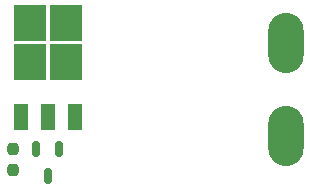
<source format=gtp>
G04 #@! TF.GenerationSoftware,KiCad,Pcbnew,(6.0.10)*
G04 #@! TF.CreationDate,2023-03-12T23:34:18-05:00*
G04 #@! TF.ProjectId,ReverseVoltageProtection_Breakout,52657665-7273-4655-966f-6c7461676550,rev?*
G04 #@! TF.SameCoordinates,Original*
G04 #@! TF.FileFunction,Paste,Top*
G04 #@! TF.FilePolarity,Positive*
%FSLAX46Y46*%
G04 Gerber Fmt 4.6, Leading zero omitted, Abs format (unit mm)*
G04 Created by KiCad (PCBNEW (6.0.10)) date 2023-03-12 23:34:18*
%MOMM*%
%LPD*%
G01*
G04 APERTURE LIST*
G04 Aperture macros list*
%AMRoundRect*
0 Rectangle with rounded corners*
0 $1 Rounding radius*
0 $2 $3 $4 $5 $6 $7 $8 $9 X,Y pos of 4 corners*
0 Add a 4 corners polygon primitive as box body*
4,1,4,$2,$3,$4,$5,$6,$7,$8,$9,$2,$3,0*
0 Add four circle primitives for the rounded corners*
1,1,$1+$1,$2,$3*
1,1,$1+$1,$4,$5*
1,1,$1+$1,$6,$7*
1,1,$1+$1,$8,$9*
0 Add four rect primitives between the rounded corners*
20,1,$1+$1,$2,$3,$4,$5,0*
20,1,$1+$1,$4,$5,$6,$7,0*
20,1,$1+$1,$6,$7,$8,$9,0*
20,1,$1+$1,$8,$9,$2,$3,0*%
G04 Aperture macros list end*
%ADD10O,3.000000X5.100000*%
%ADD11RoundRect,0.237500X-0.237500X0.250000X-0.237500X-0.250000X0.237500X-0.250000X0.237500X0.250000X0*%
%ADD12R,1.200000X2.200000*%
%ADD13R,2.750000X3.050000*%
%ADD14RoundRect,0.150000X-0.150000X0.512500X-0.150000X-0.512500X0.150000X-0.512500X0.150000X0.512500X0*%
G04 APERTURE END LIST*
D10*
X114554000Y-117560000D03*
X114554000Y-109686000D03*
D11*
X91440000Y-118618000D03*
X91440000Y-120443000D03*
D12*
X96646500Y-115926000D03*
X94366500Y-115926000D03*
X92086500Y-115926000D03*
D13*
X95891500Y-111301000D03*
X92841500Y-107951000D03*
X95891500Y-107951000D03*
X92841500Y-111301000D03*
D14*
X95316500Y-118623500D03*
X93416500Y-118623500D03*
X94366500Y-120898500D03*
M02*

</source>
